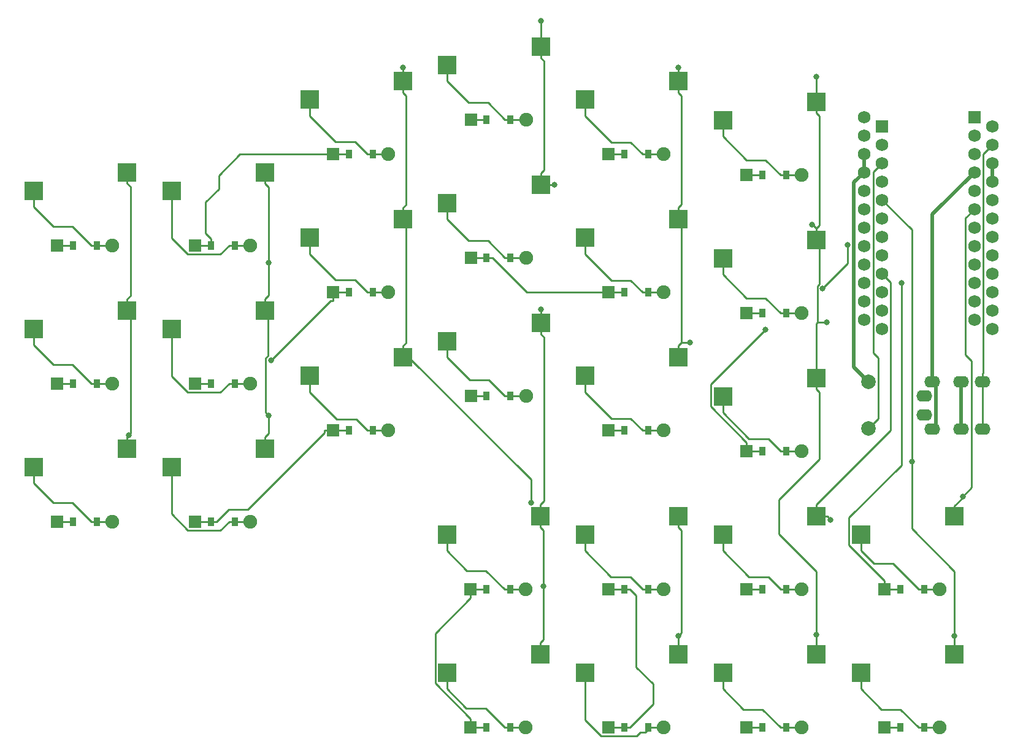
<source format=gbr>
%TF.GenerationSoftware,KiCad,Pcbnew,(6.0.8)*%
%TF.CreationDate,2022-10-22T23:02:27+01:00*%
%TF.ProjectId,board,626f6172-642e-46b6-9963-61645f706362,v1.0.0*%
%TF.SameCoordinates,Original*%
%TF.FileFunction,Copper,L2,Bot*%
%TF.FilePolarity,Positive*%
%FSLAX46Y46*%
G04 Gerber Fmt 4.6, Leading zero omitted, Abs format (unit mm)*
G04 Created by KiCad (PCBNEW (6.0.8)) date 2022-10-22 23:02:27*
%MOMM*%
%LPD*%
G01*
G04 APERTURE LIST*
%TA.AperFunction,SMDPad,CuDef*%
%ADD10R,2.550000X2.500000*%
%TD*%
%TA.AperFunction,SMDPad,CuDef*%
%ADD11R,0.900000X1.200000*%
%TD*%
%TA.AperFunction,ComponentPad*%
%ADD12C,1.905000*%
%TD*%
%TA.AperFunction,ComponentPad*%
%ADD13R,1.778000X1.778000*%
%TD*%
%TA.AperFunction,ComponentPad*%
%ADD14R,1.752600X1.752600*%
%TD*%
%TA.AperFunction,ComponentPad*%
%ADD15C,1.752600*%
%TD*%
%TA.AperFunction,ComponentPad*%
%ADD16O,2.200000X1.600000*%
%TD*%
%TA.AperFunction,ComponentPad*%
%ADD17C,2.000000*%
%TD*%
%TA.AperFunction,ViaPad*%
%ADD18C,0.800000*%
%TD*%
%TA.AperFunction,Conductor*%
%ADD19C,0.250000*%
%TD*%
%TA.AperFunction,Conductor*%
%ADD20C,0.500000*%
%TD*%
G04 APERTURE END LIST*
D10*
%TO.P,S1,1*%
%TO.N,left_bottom*%
X11965000Y2540000D03*
%TO.P,S1,2*%
%TO.N,P21*%
X24892000Y5080000D03*
%TD*%
D11*
%TO.P,D1,2*%
%TO.N,left_bottom*%
X20700000Y-5000000D03*
%TO.P,D1,1*%
%TO.N,P6*%
X17400000Y-5000000D03*
D12*
%TO.N,left_bottom*%
X22860000Y-5000000D03*
D13*
%TO.P,D1,2*%
%TO.N,P6*%
X15240000Y-5000000D03*
%TD*%
D10*
%TO.P,S2,1*%
%TO.N,left_home*%
X11965000Y21590000D03*
%TO.P,S2,2*%
%TO.N,P21*%
X24892000Y24130000D03*
%TD*%
D11*
%TO.P,D2,2*%
%TO.N,left_home*%
X20700000Y14050000D03*
%TO.P,D2,1*%
%TO.N,P5*%
X17400000Y14050000D03*
D12*
%TO.N,left_home*%
X22860000Y14050000D03*
D13*
%TO.P,D2,2*%
%TO.N,P5*%
X15240000Y14050000D03*
%TD*%
D10*
%TO.P,S3,1*%
%TO.N,left_top*%
X11965000Y40640000D03*
%TO.P,S3,2*%
%TO.N,P21*%
X24892000Y43180000D03*
%TD*%
D11*
%TO.P,D3,2*%
%TO.N,left_top*%
X20700000Y33100000D03*
%TO.P,D3,1*%
%TO.N,P4*%
X17400000Y33100000D03*
D12*
%TO.N,left_top*%
X22860000Y33100000D03*
D13*
%TO.P,D3,2*%
%TO.N,P4*%
X15240000Y33100000D03*
%TD*%
D10*
%TO.P,S4,1*%
%TO.N,pinky_bottom*%
X31015000Y2540000D03*
%TO.P,S4,2*%
%TO.N,P20*%
X43942000Y5080000D03*
%TD*%
D11*
%TO.P,D4,2*%
%TO.N,pinky_bottom*%
X39750000Y-5000000D03*
%TO.P,D4,1*%
%TO.N,P6*%
X36450000Y-5000000D03*
D12*
%TO.N,pinky_bottom*%
X41910000Y-5000000D03*
D13*
%TO.P,D4,2*%
%TO.N,P6*%
X34290000Y-5000000D03*
%TD*%
D10*
%TO.P,S5,1*%
%TO.N,pinky_home*%
X31015000Y21590000D03*
%TO.P,S5,2*%
%TO.N,P20*%
X43942000Y24130000D03*
%TD*%
D11*
%TO.P,D5,2*%
%TO.N,pinky_home*%
X39750000Y14050000D03*
%TO.P,D5,1*%
%TO.N,P5*%
X36450000Y14050000D03*
D12*
%TO.N,pinky_home*%
X41910000Y14050000D03*
D13*
%TO.P,D5,2*%
%TO.N,P5*%
X34290000Y14050000D03*
%TD*%
D10*
%TO.P,S6,1*%
%TO.N,pinky_top*%
X31015000Y40640000D03*
%TO.P,S6,2*%
%TO.N,P20*%
X43942000Y43180000D03*
%TD*%
D11*
%TO.P,D6,2*%
%TO.N,pinky_top*%
X39750000Y33100000D03*
%TO.P,D6,1*%
%TO.N,P4*%
X36450000Y33100000D03*
D12*
%TO.N,pinky_top*%
X41910000Y33100000D03*
D13*
%TO.P,D6,2*%
%TO.N,P4*%
X34290000Y33100000D03*
%TD*%
D10*
%TO.P,S7,1*%
%TO.N,ring_bottom*%
X50065000Y15113000D03*
%TO.P,S7,2*%
%TO.N,P19*%
X62992000Y17653000D03*
%TD*%
D11*
%TO.P,D7,2*%
%TO.N,ring_bottom*%
X58800000Y7573000D03*
%TO.P,D7,1*%
%TO.N,P6*%
X55500000Y7573000D03*
D12*
%TO.N,ring_bottom*%
X60960000Y7573000D03*
D13*
%TO.P,D7,2*%
%TO.N,P6*%
X53340000Y7573000D03*
%TD*%
D10*
%TO.P,S8,1*%
%TO.N,ring_home*%
X50065000Y34163000D03*
%TO.P,S8,2*%
%TO.N,P19*%
X62992000Y36703000D03*
%TD*%
D11*
%TO.P,D8,2*%
%TO.N,ring_home*%
X58800000Y26623000D03*
%TO.P,D8,1*%
%TO.N,P5*%
X55500000Y26623000D03*
D12*
%TO.N,ring_home*%
X60960000Y26623000D03*
D13*
%TO.P,D8,2*%
%TO.N,P5*%
X53340000Y26623000D03*
%TD*%
D10*
%TO.P,S9,1*%
%TO.N,ring_top*%
X50065000Y53213000D03*
%TO.P,S9,2*%
%TO.N,P19*%
X62992000Y55753000D03*
%TD*%
D11*
%TO.P,D9,2*%
%TO.N,ring_top*%
X58800000Y45673000D03*
%TO.P,D9,1*%
%TO.N,P4*%
X55500000Y45673000D03*
D12*
%TO.N,ring_top*%
X60960000Y45673000D03*
D13*
%TO.P,D9,2*%
%TO.N,P4*%
X53340000Y45673000D03*
%TD*%
D10*
%TO.P,S10,1*%
%TO.N,middle_bottom*%
X69065000Y19875500D03*
%TO.P,S10,2*%
%TO.N,P18*%
X81992000Y22415500D03*
%TD*%
D11*
%TO.P,D10,2*%
%TO.N,middle_bottom*%
X77800000Y12335500D03*
%TO.P,D10,1*%
%TO.N,P6*%
X74500000Y12335500D03*
D12*
%TO.N,middle_bottom*%
X79960000Y12335500D03*
D13*
%TO.P,D10,2*%
%TO.N,P6*%
X72340000Y12335500D03*
%TD*%
D10*
%TO.P,S11,1*%
%TO.N,middle_home*%
X69065000Y38925500D03*
%TO.P,S11,2*%
%TO.N,P18*%
X81992000Y41465500D03*
%TD*%
D11*
%TO.P,D11,2*%
%TO.N,middle_home*%
X77800000Y31385500D03*
%TO.P,D11,1*%
%TO.N,P5*%
X74500000Y31385500D03*
D12*
%TO.N,middle_home*%
X79960000Y31385500D03*
D13*
%TO.P,D11,2*%
%TO.N,P5*%
X72340000Y31385500D03*
%TD*%
D10*
%TO.P,S12,1*%
%TO.N,middle_top*%
X69065000Y57975500D03*
%TO.P,S12,2*%
%TO.N,P18*%
X81992000Y60515500D03*
%TD*%
D11*
%TO.P,D12,2*%
%TO.N,middle_top*%
X77800000Y50435500D03*
%TO.P,D12,1*%
%TO.N,P4*%
X74500000Y50435500D03*
D12*
%TO.N,middle_top*%
X79960000Y50435500D03*
D13*
%TO.P,D12,2*%
%TO.N,P4*%
X72340000Y50435500D03*
%TD*%
D10*
%TO.P,S13,1*%
%TO.N,index_bottom*%
X88065000Y15113000D03*
%TO.P,S13,2*%
%TO.N,P15*%
X100992000Y17653000D03*
%TD*%
D11*
%TO.P,D13,2*%
%TO.N,index_bottom*%
X96800000Y7573000D03*
%TO.P,D13,1*%
%TO.N,P6*%
X93500000Y7573000D03*
D12*
%TO.N,index_bottom*%
X98960000Y7573000D03*
D13*
%TO.P,D13,2*%
%TO.N,P6*%
X91340000Y7573000D03*
%TD*%
D10*
%TO.P,S14,1*%
%TO.N,index_home*%
X88065000Y34163000D03*
%TO.P,S14,2*%
%TO.N,P15*%
X100992000Y36703000D03*
%TD*%
D11*
%TO.P,D14,2*%
%TO.N,index_home*%
X96800000Y26623000D03*
%TO.P,D14,1*%
%TO.N,P5*%
X93500000Y26623000D03*
D12*
%TO.N,index_home*%
X98960000Y26623000D03*
D13*
%TO.P,D14,2*%
%TO.N,P5*%
X91340000Y26623000D03*
%TD*%
D10*
%TO.P,S15,1*%
%TO.N,index_top*%
X88065000Y53213000D03*
%TO.P,S15,2*%
%TO.N,P15*%
X100992000Y55753000D03*
%TD*%
D11*
%TO.P,D15,2*%
%TO.N,index_top*%
X96800000Y45673000D03*
%TO.P,D15,1*%
%TO.N,P4*%
X93500000Y45673000D03*
D12*
%TO.N,index_top*%
X98960000Y45673000D03*
D13*
%TO.P,D15,2*%
%TO.N,P4*%
X91340000Y45673000D03*
%TD*%
D10*
%TO.P,S16,1*%
%TO.N,inner_bottom*%
X107115000Y12255500D03*
%TO.P,S16,2*%
%TO.N,P14*%
X120042000Y14795500D03*
%TD*%
D11*
%TO.P,D16,2*%
%TO.N,inner_bottom*%
X115850000Y4715500D03*
%TO.P,D16,1*%
%TO.N,P6*%
X112550000Y4715500D03*
D12*
%TO.N,inner_bottom*%
X118010000Y4715500D03*
D13*
%TO.P,D16,2*%
%TO.N,P6*%
X110390000Y4715500D03*
%TD*%
D10*
%TO.P,S17,1*%
%TO.N,inner_home*%
X107115000Y31305500D03*
%TO.P,S17,2*%
%TO.N,P14*%
X120042000Y33845500D03*
%TD*%
D11*
%TO.P,D17,2*%
%TO.N,inner_home*%
X115850000Y23765500D03*
%TO.P,D17,1*%
%TO.N,P5*%
X112550000Y23765500D03*
D12*
%TO.N,inner_home*%
X118010000Y23765500D03*
D13*
%TO.P,D17,2*%
%TO.N,P5*%
X110390000Y23765500D03*
%TD*%
D10*
%TO.P,S18,1*%
%TO.N,inner_top*%
X107115000Y50355500D03*
%TO.P,S18,2*%
%TO.N,P14*%
X120042000Y52895500D03*
%TD*%
D11*
%TO.P,D18,2*%
%TO.N,inner_top*%
X115850000Y42815500D03*
%TO.P,D18,1*%
%TO.N,P4*%
X112550000Y42815500D03*
D12*
%TO.N,inner_top*%
X118010000Y42815500D03*
D13*
%TO.P,D18,2*%
%TO.N,P4*%
X110390000Y42815500D03*
%TD*%
D10*
%TO.P,S19,1*%
%TO.N,one_a_thumb*%
X69015000Y-6794500D03*
%TO.P,S19,2*%
%TO.N,P18*%
X81942000Y-4254500D03*
%TD*%
D11*
%TO.P,D19,2*%
%TO.N,one_a_thumb*%
X77750000Y-14334500D03*
%TO.P,D19,1*%
%TO.N,P7*%
X74450000Y-14334500D03*
D12*
%TO.N,one_a_thumb*%
X79910000Y-14334500D03*
D13*
%TO.P,D19,2*%
%TO.N,P7*%
X72290000Y-14334500D03*
%TD*%
D10*
%TO.P,S20,1*%
%TO.N,one_b_thumb*%
X69015000Y-25844500D03*
%TO.P,S20,2*%
%TO.N,P18*%
X81942000Y-23304500D03*
%TD*%
D11*
%TO.P,D20,2*%
%TO.N,one_b_thumb*%
X77750000Y-33384500D03*
%TO.P,D20,1*%
%TO.N,P7*%
X74450000Y-33384500D03*
D12*
%TO.N,one_b_thumb*%
X79910000Y-33384500D03*
D13*
%TO.P,D20,2*%
%TO.N,P7*%
X72290000Y-33384500D03*
%TD*%
D10*
%TO.P,S21,1*%
%TO.N,two_a_thumb*%
X88065000Y-6794500D03*
%TO.P,S21,2*%
%TO.N,P19*%
X100992000Y-4254500D03*
%TD*%
D11*
%TO.P,D21,2*%
%TO.N,two_a_thumb*%
X96800000Y-14334500D03*
%TO.P,D21,1*%
%TO.N,P7*%
X93500000Y-14334500D03*
D12*
%TO.N,two_a_thumb*%
X98960000Y-14334500D03*
D13*
%TO.P,D21,2*%
%TO.N,P7*%
X91340000Y-14334500D03*
%TD*%
D10*
%TO.P,S22,1*%
%TO.N,two_b_thumb*%
X88065000Y-25844500D03*
%TO.P,S22,2*%
%TO.N,P19*%
X100992000Y-23304500D03*
%TD*%
D11*
%TO.P,D22,2*%
%TO.N,two_b_thumb*%
X96800000Y-33384500D03*
%TO.P,D22,1*%
%TO.N,P7*%
X93500000Y-33384500D03*
D12*
%TO.N,two_b_thumb*%
X98960000Y-33384500D03*
D13*
%TO.P,D22,2*%
%TO.N,P7*%
X91340000Y-33384500D03*
%TD*%
D10*
%TO.P,S23,1*%
%TO.N,three_a_thumb*%
X107115000Y-6794500D03*
%TO.P,S23,2*%
%TO.N,P15*%
X120042000Y-4254500D03*
%TD*%
D11*
%TO.P,D23,2*%
%TO.N,three_a_thumb*%
X115850000Y-14334500D03*
%TO.P,D23,1*%
%TO.N,P7*%
X112550000Y-14334500D03*
D12*
%TO.N,three_a_thumb*%
X118010000Y-14334500D03*
D13*
%TO.P,D23,2*%
%TO.N,P7*%
X110390000Y-14334500D03*
%TD*%
D10*
%TO.P,S24,1*%
%TO.N,three_b_thumb*%
X107115000Y-25844500D03*
%TO.P,S24,2*%
%TO.N,P14*%
X120042000Y-23304500D03*
%TD*%
D11*
%TO.P,D24,2*%
%TO.N,three_b_thumb*%
X115850000Y-33384500D03*
%TO.P,D24,1*%
%TO.N,P7*%
X112550000Y-33384500D03*
D12*
%TO.N,three_b_thumb*%
X118010000Y-33384500D03*
D13*
%TO.P,D24,2*%
%TO.N,P7*%
X110390000Y-33384500D03*
%TD*%
D10*
%TO.P,S25,1*%
%TO.N,four_a_thumb*%
X126165000Y-6794500D03*
%TO.P,S25,2*%
%TO.N,P20*%
X139092000Y-4254500D03*
%TD*%
D11*
%TO.P,D25,2*%
%TO.N,four_a_thumb*%
X134900000Y-14334500D03*
%TO.P,D25,1*%
%TO.N,P7*%
X131600000Y-14334500D03*
D12*
%TO.N,four_a_thumb*%
X137060000Y-14334500D03*
D13*
%TO.P,D25,2*%
%TO.N,P7*%
X129440000Y-14334500D03*
%TD*%
D10*
%TO.P,S26,1*%
%TO.N,four_b_thumb*%
X126165000Y-25844500D03*
%TO.P,S26,2*%
%TO.N,P21*%
X139092000Y-23304500D03*
%TD*%
D11*
%TO.P,D26,2*%
%TO.N,four_b_thumb*%
X134900000Y-33384500D03*
%TO.P,D26,1*%
%TO.N,P7*%
X131600000Y-33384500D03*
D12*
%TO.N,four_b_thumb*%
X137060000Y-33384500D03*
D13*
%TO.P,D26,2*%
%TO.N,P7*%
X129440000Y-33384500D03*
%TD*%
D14*
%TO.P,MCU1,1*%
%TO.N,RAW*%
X141820000Y50785500D03*
D15*
%TO.P,MCU1,2*%
%TO.N,GND*%
X141820000Y48245500D03*
%TO.P,MCU1,3*%
%TO.N,RST*%
X141820000Y45705500D03*
%TO.P,MCU1,4*%
%TO.N,VCC*%
X141820000Y43165500D03*
%TO.P,MCU1,5*%
%TO.N,P21*%
X141820000Y40625500D03*
%TO.P,MCU1,6*%
%TO.N,P20*%
X141820000Y38085500D03*
%TO.P,MCU1,7*%
%TO.N,P19*%
X141820000Y35545500D03*
%TO.P,MCU1,8*%
%TO.N,P18*%
X141820000Y33005500D03*
%TO.P,MCU1,9*%
%TO.N,P15*%
X141820000Y30465500D03*
%TO.P,MCU1,10*%
%TO.N,P14*%
X141820000Y27925500D03*
%TO.P,MCU1,11*%
%TO.N,P16*%
X141820000Y25385500D03*
%TO.P,MCU1,12*%
%TO.N,P10*%
X141820000Y22845500D03*
%TO.P,MCU1,13*%
%TO.N,P1*%
X126580000Y50785500D03*
%TO.P,MCU1,14*%
%TO.N,P0*%
X126580000Y48245500D03*
%TO.P,MCU1,15*%
%TO.N,GND*%
X126580000Y45705500D03*
%TO.P,MCU1,16*%
X126580000Y43165500D03*
%TO.P,MCU1,17*%
%TO.N,P2*%
X126580000Y40625500D03*
%TO.P,MCU1,18*%
%TO.N,P3*%
X126580000Y38085500D03*
%TO.P,MCU1,19*%
%TO.N,P4*%
X126580000Y35545500D03*
%TO.P,MCU1,20*%
%TO.N,P5*%
X126580000Y33005500D03*
%TO.P,MCU1,21*%
%TO.N,P6*%
X126580000Y30465500D03*
%TO.P,MCU1,22*%
%TO.N,P7*%
X126580000Y27925500D03*
%TO.P,MCU1,23*%
%TO.N,P8*%
X126580000Y25385500D03*
%TO.P,MCU1,24*%
%TO.N,P9*%
X126580000Y22845500D03*
%TD*%
D14*
%TO.P,MCU2,1*%
%TO.N,RAW*%
X129080000Y49535500D03*
D15*
%TO.P,MCU2,2*%
%TO.N,GND*%
X129080000Y46995500D03*
%TO.P,MCU2,3*%
%TO.N,RST*%
X129080000Y44455500D03*
%TO.P,MCU2,4*%
%TO.N,VCC*%
X129080000Y41915500D03*
%TO.P,MCU2,5*%
%TO.N,P21*%
X129080000Y39375500D03*
%TO.P,MCU2,6*%
%TO.N,P20*%
X129080000Y36835500D03*
%TO.P,MCU2,7*%
%TO.N,P19*%
X129080000Y34295500D03*
%TO.P,MCU2,8*%
%TO.N,P18*%
X129080000Y31755500D03*
%TO.P,MCU2,9*%
%TO.N,P15*%
X129080000Y29215500D03*
%TO.P,MCU2,10*%
%TO.N,P14*%
X129080000Y26675500D03*
%TO.P,MCU2,11*%
%TO.N,P16*%
X129080000Y24135500D03*
%TO.P,MCU2,12*%
%TO.N,P10*%
X129080000Y21595500D03*
%TO.P,MCU2,13*%
%TO.N,P1*%
X144320000Y49535500D03*
%TO.P,MCU2,14*%
%TO.N,P0*%
X144320000Y46995500D03*
%TO.P,MCU2,15*%
%TO.N,GND*%
X144320000Y44455500D03*
%TO.P,MCU2,16*%
X144320000Y41915500D03*
%TO.P,MCU2,17*%
%TO.N,P2*%
X144320000Y39375500D03*
%TO.P,MCU2,18*%
%TO.N,P3*%
X144320000Y36835500D03*
%TO.P,MCU2,19*%
%TO.N,P4*%
X144320000Y34295500D03*
%TO.P,MCU2,20*%
%TO.N,P5*%
X144320000Y31755500D03*
%TO.P,MCU2,21*%
%TO.N,P6*%
X144320000Y29215500D03*
%TO.P,MCU2,22*%
%TO.N,P7*%
X144320000Y26675500D03*
%TO.P,MCU2,23*%
%TO.N,P8*%
X144320000Y24135500D03*
%TO.P,MCU2,24*%
%TO.N,P9*%
X144320000Y21595500D03*
%TD*%
D16*
%TO.P,TRRS1,1*%
%TO.N,N/C*%
X134900000Y12315500D03*
%TO.P,TRRS1,2*%
%TO.N,VCC*%
X136000000Y7715500D03*
%TO.P,TRRS1,3*%
%TO.N,GND*%
X140000000Y7715500D03*
%TO.P,TRRS1,4*%
%TO.N,P0*%
X143000000Y7715500D03*
%TD*%
%TO.P,TRRS2,1*%
%TO.N,N/C*%
X134900000Y9715500D03*
%TO.P,TRRS2,2*%
%TO.N,VCC*%
X136000000Y14315500D03*
%TO.P,TRRS2,3*%
%TO.N,GND*%
X140000000Y14315500D03*
%TO.P,TRRS2,4*%
%TO.N,P0*%
X143000000Y14315500D03*
%TD*%
D17*
%TO.P,B1,2*%
%TO.N,GND*%
X127200000Y14315500D03*
%TO.P,B1,1*%
%TO.N,RST*%
X127200000Y7815500D03*
%TD*%
D18*
%TO.N,P21*%
X133186700Y3263200D03*
X25104000Y6938700D03*
X139092000Y-20803200D03*
%TO.N,P6*%
X113032600Y21490600D03*
%TO.N,P5*%
X44733400Y17217500D03*
X120871100Y27155800D03*
X124314600Y33118200D03*
%TO.N,P20*%
X44412500Y30672700D03*
X44412500Y9634300D03*
X140221700Y-1549500D03*
%TO.N,P19*%
X80657100Y-2379700D03*
X62992000Y57640500D03*
X100992000Y-20803200D03*
%TO.N,P18*%
X83875000Y41443800D03*
X81992000Y24293500D03*
X81992000Y64060000D03*
X82366100Y-13938500D03*
%TO.N,P15*%
X102577700Y19690700D03*
X100992000Y57640500D03*
X121946000Y-4765200D03*
%TO.N,P14*%
X121460400Y22458200D03*
X119407200Y35939800D03*
X120042000Y56332300D03*
X120042000Y-20636200D03*
%TO.N,P7*%
X131765900Y27925500D03*
%TD*%
D19*
%TO.N,left_bottom*%
X20700000Y-5000000D02*
X19924700Y-5000000D01*
X19924700Y-5000000D02*
X17334300Y-2409600D01*
X17334300Y-2409600D02*
X14663400Y-2409600D01*
X14663400Y-2409600D02*
X11965000Y288800D01*
X11965000Y288800D02*
X11965000Y2540000D01*
X22860000Y-5000000D02*
X20700000Y-5000000D01*
%TO.N,P21*%
X139092000Y-20803200D02*
X139092000Y-11877500D01*
X139092000Y-11877500D02*
X133186700Y-5972200D01*
X133186700Y-5972200D02*
X133186700Y3263200D01*
X133186700Y3263200D02*
X133186700Y35268800D01*
X133186700Y35268800D02*
X129080000Y39375500D01*
X24892000Y5080000D02*
X24892000Y6655300D01*
X24892000Y24917700D02*
X25321000Y24488700D01*
X25321000Y24488700D02*
X25321000Y7155700D01*
X25321000Y7155700D02*
X25104000Y6938700D01*
X25104000Y6938700D02*
X25104000Y6867300D01*
X25104000Y6867300D02*
X24892000Y6655300D01*
X24892000Y24917700D02*
X24892000Y25705300D01*
X24892000Y24130000D02*
X24892000Y24917700D01*
X24892000Y43180000D02*
X24892000Y41604700D01*
X24892000Y41604700D02*
X25321000Y41175700D01*
X25321000Y41175700D02*
X25321000Y26134300D01*
X25321000Y26134300D02*
X24892000Y25705300D01*
X139092000Y-23304500D02*
X139092000Y-20803200D01*
%TO.N,P6*%
X110390000Y4715500D02*
X110390000Y5929800D01*
X113032600Y21490600D02*
X105467500Y13925500D01*
X105467500Y13925500D02*
X105467500Y10852300D01*
X105467500Y10852300D02*
X110390000Y5929800D01*
X110390000Y4715500D02*
X112550000Y4715500D01*
X17400000Y-5000000D02*
X15240000Y-5000000D01*
X36450000Y-5000000D02*
X34290000Y-5000000D01*
X36837700Y-5000000D02*
X36450000Y-5000000D01*
X36837700Y-5000000D02*
X37225300Y-5000000D01*
X53340000Y7573000D02*
X52125700Y7573000D01*
X52125700Y7573000D02*
X52125700Y7269400D01*
X52125700Y7269400D02*
X41559700Y-3296600D01*
X41559700Y-3296600D02*
X38928700Y-3296600D01*
X38928700Y-3296600D02*
X37225300Y-5000000D01*
X55500000Y7573000D02*
X53340000Y7573000D01*
X74500000Y12335500D02*
X72340000Y12335500D01*
X93500000Y7573000D02*
X91340000Y7573000D01*
%TO.N,left_home*%
X20700000Y14050000D02*
X19924700Y14050000D01*
X19924700Y14050000D02*
X17334300Y16640400D01*
X17334300Y16640400D02*
X14663400Y16640400D01*
X14663400Y16640400D02*
X11965000Y19338800D01*
X11965000Y19338800D02*
X11965000Y21590000D01*
X22860000Y14050000D02*
X20700000Y14050000D01*
%TO.N,P5*%
X53340000Y26623000D02*
X53340000Y25408700D01*
X53340000Y25408700D02*
X52924600Y25408700D01*
X52924600Y25408700D02*
X44733400Y17217500D01*
X55500000Y26623000D02*
X53340000Y26623000D01*
X74500000Y31385500D02*
X75275300Y31385500D01*
X91340000Y26623000D02*
X80037800Y26623000D01*
X80037800Y26623000D02*
X75275300Y31385500D01*
X93500000Y26623000D02*
X91340000Y26623000D01*
X120871100Y27155800D02*
X124314600Y30599300D01*
X124314600Y30599300D02*
X124314600Y33118200D01*
X17400000Y14050000D02*
X15240000Y14050000D01*
X36450000Y14050000D02*
X34290000Y14050000D01*
X74500000Y31385500D02*
X72340000Y31385500D01*
X112550000Y23765500D02*
X110390000Y23765500D01*
%TO.N,left_top*%
X20700000Y33100000D02*
X19924700Y33100000D01*
X19924700Y33100000D02*
X17334300Y35690400D01*
X17334300Y35690400D02*
X14663400Y35690400D01*
X14663400Y35690400D02*
X11965000Y38388800D01*
X11965000Y38388800D02*
X11965000Y40640000D01*
X22860000Y33100000D02*
X20700000Y33100000D01*
%TO.N,P4*%
X36450000Y33100000D02*
X36450000Y34025300D01*
X53340000Y45673000D02*
X40470500Y45673000D01*
X40470500Y45673000D02*
X37543100Y42745600D01*
X37543100Y42745600D02*
X37543100Y40869100D01*
X37543100Y40869100D02*
X35724400Y39050400D01*
X35724400Y39050400D02*
X35724400Y34750900D01*
X35724400Y34750900D02*
X36450000Y34025300D01*
X55500000Y45673000D02*
X53340000Y45673000D01*
X17400000Y33100000D02*
X15240000Y33100000D01*
X36450000Y33100000D02*
X34290000Y33100000D01*
X74500000Y50435500D02*
X72340000Y50435500D01*
X93500000Y45673000D02*
X91340000Y45673000D01*
X112550000Y42815500D02*
X110390000Y42815500D01*
%TO.N,pinky_bottom*%
X39750000Y-5000000D02*
X38974700Y-5000000D01*
X38974700Y-5000000D02*
X37760300Y-6214400D01*
X37760300Y-6214400D02*
X33265700Y-6214400D01*
X33265700Y-6214400D02*
X31015000Y-3963700D01*
X31015000Y-3963700D02*
X31015000Y2540000D01*
X41910000Y-5000000D02*
X39750000Y-5000000D01*
%TO.N,P20*%
X43942000Y41604700D02*
X44412500Y41134200D01*
X44412500Y41134200D02*
X44412500Y30672700D01*
X43942000Y25705300D02*
X44412500Y26175800D01*
X44412500Y26175800D02*
X44412500Y30672700D01*
X43942000Y24917700D02*
X44361900Y24497800D01*
X44361900Y24497800D02*
X44361900Y17871700D01*
X44361900Y17871700D02*
X44008100Y17517900D01*
X44008100Y17517900D02*
X44008100Y10038700D01*
X44008100Y10038700D02*
X44412500Y9634300D01*
X44412500Y9634300D02*
X44412500Y7125800D01*
X44412500Y7125800D02*
X43942000Y6655300D01*
X43942000Y5080000D02*
X43942000Y6655300D01*
X43942000Y24917700D02*
X43942000Y25705300D01*
X43942000Y24130000D02*
X43942000Y24917700D01*
X43942000Y43180000D02*
X43942000Y41604700D01*
X139092000Y-2849100D02*
X140221700Y-1719400D01*
X140221700Y-1719400D02*
X140221700Y-1549500D01*
X141820000Y38085500D02*
X140576000Y36841500D01*
X140576000Y36841500D02*
X140576000Y17993900D01*
X140576000Y17993900D02*
X141442200Y17127700D01*
X141442200Y17127700D02*
X141442200Y-329000D01*
X141442200Y-329000D02*
X140221700Y-1549500D01*
X139092000Y-4254500D02*
X139092000Y-2849100D01*
%TO.N,pinky_home*%
X39750000Y14050000D02*
X38974700Y14050000D01*
X38974700Y14050000D02*
X37729100Y12804400D01*
X37729100Y12804400D02*
X33232100Y12804400D01*
X33232100Y12804400D02*
X31015000Y15021500D01*
X31015000Y15021500D02*
X31015000Y21590000D01*
X41910000Y14050000D02*
X39750000Y14050000D01*
%TO.N,pinky_top*%
X39750000Y33100000D02*
X38974700Y33100000D01*
X38974700Y33100000D02*
X37729100Y31854400D01*
X37729100Y31854400D02*
X33232100Y31854400D01*
X33232100Y31854400D02*
X31015000Y34071500D01*
X31015000Y34071500D02*
X31015000Y40640000D01*
X41910000Y33100000D02*
X39750000Y33100000D01*
%TO.N,ring_bottom*%
X58800000Y7573000D02*
X58024700Y7573000D01*
X58024700Y7573000D02*
X56491700Y9106000D01*
X56491700Y9106000D02*
X53820800Y9106000D01*
X53820800Y9106000D02*
X50065000Y12861800D01*
X50065000Y12861800D02*
X50065000Y15113000D01*
X60960000Y7573000D02*
X58800000Y7573000D01*
%TO.N,P19*%
X62992000Y18440700D02*
X80657100Y775600D01*
X80657100Y775600D02*
X80657100Y-2379700D01*
X62992000Y18440700D02*
X62992000Y19228300D01*
X62992000Y17653000D02*
X62992000Y18440700D01*
X62992000Y55753000D02*
X62992000Y57640500D01*
X62992000Y37490700D02*
X63407400Y37075300D01*
X63407400Y37075300D02*
X63407400Y19643700D01*
X63407400Y19643700D02*
X62992000Y19228300D01*
X62992000Y37490700D02*
X62992000Y38278300D01*
X62992000Y36703000D02*
X62992000Y37490700D01*
X62992000Y55753000D02*
X62992000Y54177700D01*
X62992000Y54177700D02*
X63407400Y53762300D01*
X63407400Y53762300D02*
X63407400Y38693700D01*
X63407400Y38693700D02*
X62992000Y38278300D01*
X100992000Y-20803200D02*
X101416000Y-20379200D01*
X101416000Y-20379200D02*
X101416000Y-6253800D01*
X101416000Y-6253800D02*
X100992000Y-5829800D01*
X100992000Y-23304500D02*
X100992000Y-20803200D01*
X100992000Y-4254500D02*
X100992000Y-5829800D01*
%TO.N,ring_home*%
X58800000Y26623000D02*
X58024700Y26623000D01*
X58024700Y26623000D02*
X56350300Y28297400D01*
X56350300Y28297400D02*
X53679400Y28297400D01*
X53679400Y28297400D02*
X50065000Y31911800D01*
X50065000Y31911800D02*
X50065000Y34163000D01*
X60960000Y26623000D02*
X58800000Y26623000D01*
%TO.N,ring_top*%
X58800000Y45673000D02*
X58024700Y45673000D01*
X58024700Y45673000D02*
X56350300Y47347400D01*
X56350300Y47347400D02*
X53679400Y47347400D01*
X53679400Y47347400D02*
X50065000Y50961800D01*
X50065000Y50961800D02*
X50065000Y53213000D01*
X60960000Y45673000D02*
X58800000Y45673000D01*
%TO.N,middle_bottom*%
X77800000Y12335500D02*
X77024700Y12335500D01*
X77024700Y12335500D02*
X74837400Y14522800D01*
X74837400Y14522800D02*
X72166500Y14522800D01*
X72166500Y14522800D02*
X69065000Y17624300D01*
X69065000Y17624300D02*
X69065000Y19875500D01*
X79960000Y12335500D02*
X77800000Y12335500D01*
%TO.N,P18*%
X81992000Y41465500D02*
X83592300Y41465500D01*
X83875000Y41443800D02*
X83614000Y41443800D01*
X83614000Y41443800D02*
X83592300Y41465500D01*
X81992000Y22415500D02*
X81992000Y24293500D01*
X81992000Y41465500D02*
X81992000Y43040800D01*
X81992000Y60515500D02*
X81992000Y58940200D01*
X81992000Y58940200D02*
X82460200Y58472000D01*
X82460200Y58472000D02*
X82460200Y43509000D01*
X82460200Y43509000D02*
X81992000Y43040800D01*
X81992000Y64060000D02*
X81992000Y60515500D01*
X81992000Y22415500D02*
X81992000Y20840200D01*
X81942000Y-4254500D02*
X81942000Y-2679200D01*
X81942000Y-2679200D02*
X82446400Y-2174800D01*
X82446400Y-2174800D02*
X82446400Y20385800D01*
X82446400Y20385800D02*
X81992000Y20840200D01*
X81942000Y-4724400D02*
X81942000Y-4254500D01*
X81942000Y-4724400D02*
X81942000Y-5829800D01*
X82366100Y-13938500D02*
X82366100Y-6253900D01*
X82366100Y-6253900D02*
X81942000Y-5829800D01*
X81942000Y-21729200D02*
X82366100Y-21305100D01*
X82366100Y-21305100D02*
X82366100Y-13938500D01*
X81942000Y-23304500D02*
X81942000Y-21729200D01*
%TO.N,middle_home*%
X77800000Y31385500D02*
X77024700Y31385500D01*
X77024700Y31385500D02*
X74689000Y33721200D01*
X74689000Y33721200D02*
X72018100Y33721200D01*
X72018100Y33721200D02*
X69065000Y36674300D01*
X69065000Y36674300D02*
X69065000Y38925500D01*
X79960000Y31385500D02*
X77800000Y31385500D01*
%TO.N,middle_top*%
X77800000Y50435500D02*
X77024700Y50435500D01*
X77024700Y50435500D02*
X74689000Y52771200D01*
X74689000Y52771200D02*
X72018100Y52771200D01*
X72018100Y52771200D02*
X69065000Y55724300D01*
X69065000Y55724300D02*
X69065000Y57975500D01*
X79960000Y50435500D02*
X77800000Y50435500D01*
%TO.N,index_bottom*%
X96800000Y7573000D02*
X96024700Y7573000D01*
X96024700Y7573000D02*
X94371100Y9226600D01*
X94371100Y9226600D02*
X91700200Y9226600D01*
X91700200Y9226600D02*
X88065000Y12861800D01*
X88065000Y12861800D02*
X88065000Y15113000D01*
X98960000Y7573000D02*
X96800000Y7573000D01*
%TO.N,P15*%
X101421000Y19690700D02*
X101421000Y19657300D01*
X101421000Y19657300D02*
X100992000Y19228300D01*
X100992000Y37490700D02*
X101421000Y37061700D01*
X101421000Y37061700D02*
X101421000Y19690700D01*
X101421000Y19690700D02*
X102577700Y19690700D01*
X100992000Y17653000D02*
X100992000Y19228300D01*
X100992000Y37490700D02*
X100992000Y38278300D01*
X100992000Y36703000D02*
X100992000Y37490700D01*
X100992000Y55753000D02*
X100992000Y54177700D01*
X100992000Y54177700D02*
X101421000Y53748700D01*
X101421000Y53748700D02*
X101421000Y38707300D01*
X101421000Y38707300D02*
X100992000Y38278300D01*
X100992000Y55753000D02*
X100992000Y57640500D01*
X120042000Y-2679200D02*
X130291000Y7569800D01*
X130291000Y7569800D02*
X130291000Y28004500D01*
X130291000Y28004500D02*
X129080000Y29215500D01*
X120042000Y-4254500D02*
X121642300Y-4254500D01*
X121946000Y-4765200D02*
X121642300Y-4461500D01*
X121642300Y-4461500D02*
X121642300Y-4254500D01*
X120042000Y-4254500D02*
X120042000Y-2679200D01*
%TO.N,index_home*%
X96800000Y26623000D02*
X96024700Y26623000D01*
X96024700Y26623000D02*
X94371100Y28276600D01*
X94371100Y28276600D02*
X91700200Y28276600D01*
X91700200Y28276600D02*
X88065000Y31911800D01*
X88065000Y31911800D02*
X88065000Y34163000D01*
X98960000Y26623000D02*
X96800000Y26623000D01*
%TO.N,index_top*%
X96800000Y45673000D02*
X96024700Y45673000D01*
X96024700Y45673000D02*
X94371100Y47326600D01*
X94371100Y47326600D02*
X91700200Y47326600D01*
X91700200Y47326600D02*
X88065000Y50961800D01*
X88065000Y50961800D02*
X88065000Y53213000D01*
X98960000Y45673000D02*
X96800000Y45673000D01*
%TO.N,inner_bottom*%
X115850000Y4715500D02*
X115074700Y4715500D01*
X115074700Y4715500D02*
X113400300Y6389900D01*
X113400300Y6389900D02*
X110729400Y6389900D01*
X110729400Y6389900D02*
X107115000Y10004300D01*
X107115000Y10004300D02*
X107115000Y12255500D01*
X118010000Y4715500D02*
X115850000Y4715500D01*
%TO.N,P14*%
X120145800Y22458200D02*
X121460400Y22458200D01*
X120042000Y16370800D02*
X120042000Y22354400D01*
X120042000Y22354400D02*
X120145800Y22458200D01*
X120042000Y34633200D02*
X120457200Y34218000D01*
X120457200Y34218000D02*
X120457200Y27767600D01*
X120457200Y27767600D02*
X120145800Y27456200D01*
X120145800Y27456200D02*
X120145800Y22458200D01*
X120042000Y-20636200D02*
X120042000Y-11877500D01*
X120042000Y-11877500D02*
X114887500Y-6723000D01*
X114887500Y-6723000D02*
X114887500Y-1960300D01*
X114887500Y-1960300D02*
X120457100Y3609300D01*
X120457100Y3609300D02*
X120457100Y12805100D01*
X120457100Y12805100D02*
X120042000Y13220200D01*
X120042000Y14795500D02*
X120042000Y16370800D01*
X120042000Y34633200D02*
X120042000Y35420800D01*
X120042000Y33845500D02*
X120042000Y34633200D01*
X119407200Y35939800D02*
X119523000Y35939800D01*
X119523000Y35939800D02*
X120042000Y35420800D01*
X120042000Y52895500D02*
X120042000Y51320200D01*
X120042000Y51320200D02*
X120457000Y50905200D01*
X120457000Y50905200D02*
X120457000Y35835800D01*
X120457000Y35835800D02*
X120042000Y35420800D01*
X120042000Y52895500D02*
X120042000Y56332300D01*
X120042000Y14795500D02*
X120042000Y13220200D01*
X120042000Y-23304500D02*
X120042000Y-20636200D01*
%TO.N,inner_home*%
X115850000Y23765500D02*
X115074700Y23765500D01*
X115074700Y23765500D02*
X113028000Y25812200D01*
X113028000Y25812200D02*
X110357100Y25812200D01*
X110357100Y25812200D02*
X107115000Y29054300D01*
X107115000Y29054300D02*
X107115000Y31305500D01*
X118010000Y23765500D02*
X115850000Y23765500D01*
%TO.N,inner_top*%
X115850000Y42815500D02*
X115074700Y42815500D01*
X115074700Y42815500D02*
X113028000Y44862200D01*
X113028000Y44862200D02*
X110357100Y44862200D01*
X110357100Y44862200D02*
X107115000Y48104300D01*
X107115000Y48104300D02*
X107115000Y50355500D01*
X118010000Y42815500D02*
X115850000Y42815500D01*
%TO.N,one_a_thumb*%
X77750000Y-14334500D02*
X76974700Y-14334500D01*
X76974700Y-14334500D02*
X74419900Y-11779700D01*
X74419900Y-11779700D02*
X71749000Y-11779700D01*
X71749000Y-11779700D02*
X69015000Y-9045700D01*
X69015000Y-9045700D02*
X69015000Y-6794500D01*
X79910000Y-14334500D02*
X77750000Y-14334500D01*
%TO.N,P7*%
X72290000Y-33384500D02*
X72290000Y-32170200D01*
X72290000Y-32170200D02*
X67414600Y-27294800D01*
X67414600Y-27294800D02*
X67414600Y-20424200D01*
X67414600Y-20424200D02*
X72290000Y-15548800D01*
X74450000Y-33384500D02*
X72290000Y-33384500D01*
X72290000Y-14334500D02*
X72290000Y-15548800D01*
X129440000Y-14334500D02*
X129440000Y-13120200D01*
X129440000Y-13120200D02*
X124542600Y-8222800D01*
X124542600Y-8222800D02*
X124542600Y-4442000D01*
X124542600Y-4442000D02*
X131765800Y2781200D01*
X131765800Y2781200D02*
X131765800Y27925500D01*
X131765800Y27925500D02*
X131765900Y27925500D01*
X129440000Y-14334500D02*
X131600000Y-14334500D01*
X74450000Y-14334500D02*
X72290000Y-14334500D01*
X93500000Y-33384500D02*
X94275300Y-33384500D01*
X94275300Y-33384500D02*
X97469300Y-30190500D01*
X97469300Y-30190500D02*
X97469300Y-27404800D01*
X97469300Y-27404800D02*
X95150100Y-25085600D01*
X95150100Y-25085600D02*
X95150100Y-15209300D01*
X95150100Y-15209300D02*
X94275300Y-14334500D01*
X91340000Y-33384500D02*
X93500000Y-33384500D01*
X93500000Y-14334500D02*
X94275300Y-14334500D01*
X93500000Y-14334500D02*
X91340000Y-14334500D01*
X112550000Y-14334500D02*
X110390000Y-14334500D01*
X112550000Y-33384500D02*
X110390000Y-33384500D01*
X131600000Y-33384500D02*
X129440000Y-33384500D01*
%TO.N,one_b_thumb*%
X77750000Y-33384500D02*
X76974700Y-33384500D01*
X76974700Y-33384500D02*
X74384300Y-30794100D01*
X74384300Y-30794100D02*
X71713400Y-30794100D01*
X71713400Y-30794100D02*
X69015000Y-28095700D01*
X69015000Y-28095700D02*
X69015000Y-25844500D01*
X79910000Y-33384500D02*
X77750000Y-33384500D01*
%TO.N,two_a_thumb*%
X96800000Y-14334500D02*
X96024700Y-14334500D01*
X96024700Y-14334500D02*
X94350300Y-12660100D01*
X94350300Y-12660100D02*
X91679400Y-12660100D01*
X91679400Y-12660100D02*
X88065000Y-9045700D01*
X88065000Y-9045700D02*
X88065000Y-6794500D01*
X98960000Y-14334500D02*
X96800000Y-14334500D01*
%TO.N,two_b_thumb*%
X97880000Y-33384500D02*
X97104100Y-33384500D01*
X97104100Y-33384500D02*
X96404000Y-34084600D01*
X96404000Y-34084600D02*
X95689600Y-34084600D01*
X95689600Y-34084600D02*
X95175300Y-34598900D01*
X95175300Y-34598900D02*
X90315700Y-34598900D01*
X90315700Y-34598900D02*
X88065000Y-32348200D01*
X88065000Y-32348200D02*
X88065000Y-25844500D01*
X97880000Y-33384500D02*
X96800000Y-33384500D01*
X98960000Y-33384500D02*
X97880000Y-33384500D01*
%TO.N,three_a_thumb*%
X115850000Y-14334500D02*
X115074700Y-14334500D01*
X115074700Y-14334500D02*
X113400300Y-12660100D01*
X113400300Y-12660100D02*
X110729400Y-12660100D01*
X110729400Y-12660100D02*
X107115000Y-9045700D01*
X107115000Y-9045700D02*
X107115000Y-6794500D01*
X118010000Y-14334500D02*
X115850000Y-14334500D01*
%TO.N,three_b_thumb*%
X115850000Y-33384500D02*
X115074700Y-33384500D01*
X115074700Y-33384500D02*
X112608000Y-30917800D01*
X112608000Y-30917800D02*
X109937100Y-30917800D01*
X109937100Y-30917800D02*
X107115000Y-28095700D01*
X107115000Y-28095700D02*
X107115000Y-25844500D01*
X118010000Y-33384500D02*
X115850000Y-33384500D01*
%TO.N,four_a_thumb*%
X134900000Y-14334500D02*
X134124700Y-14334500D01*
X134124700Y-14334500D02*
X130614600Y-10824400D01*
X130614600Y-10824400D02*
X127943700Y-10824400D01*
X127943700Y-10824400D02*
X126165000Y-9045700D01*
X126165000Y-9045700D02*
X126165000Y-6794500D01*
X137060000Y-14334500D02*
X134900000Y-14334500D01*
%TO.N,four_b_thumb*%
X134900000Y-33384500D02*
X134124700Y-33384500D01*
X134124700Y-33384500D02*
X131658000Y-30917800D01*
X131658000Y-30917800D02*
X128987100Y-30917800D01*
X128987100Y-30917800D02*
X126165000Y-28095700D01*
X126165000Y-28095700D02*
X126165000Y-25844500D01*
X137060000Y-33384500D02*
X134900000Y-33384500D01*
D20*
%TO.N,GND*%
X126580000Y43165500D02*
X126580000Y45705500D01*
X127200000Y14315500D02*
X125183600Y16331900D01*
X125183600Y16331900D02*
X125183600Y41769100D01*
X125183600Y41769100D02*
X126580000Y43165500D01*
X144320000Y41915500D02*
X144320000Y44455500D01*
X140000000Y14315500D02*
X140000000Y7715500D01*
D19*
%TO.N,RST*%
X127200000Y7815500D02*
X128548100Y9163600D01*
X128548100Y9163600D02*
X128548100Y17577500D01*
X128548100Y17577500D02*
X127877500Y18248100D01*
X127877500Y18248100D02*
X127877500Y43253000D01*
X127877500Y43253000D02*
X129080000Y44455500D01*
D20*
%TO.N,VCC*%
X136000000Y14315500D02*
X136000000Y37345500D01*
X136000000Y37345500D02*
X141820000Y43165500D01*
X136000000Y7715500D02*
X136500000Y8215500D01*
X136500000Y8215500D02*
X136500000Y13815500D01*
X136500000Y13815500D02*
X136000000Y14315500D01*
D19*
%TO.N,P0*%
X143000000Y14315500D02*
X143000000Y15440800D01*
X143000000Y15440800D02*
X143021700Y15462500D01*
X143021700Y15462500D02*
X143021700Y45697200D01*
X143021700Y45697200D02*
X144320000Y46995500D01*
X143000000Y7715500D02*
X143000000Y14315500D01*
%TD*%
M02*

</source>
